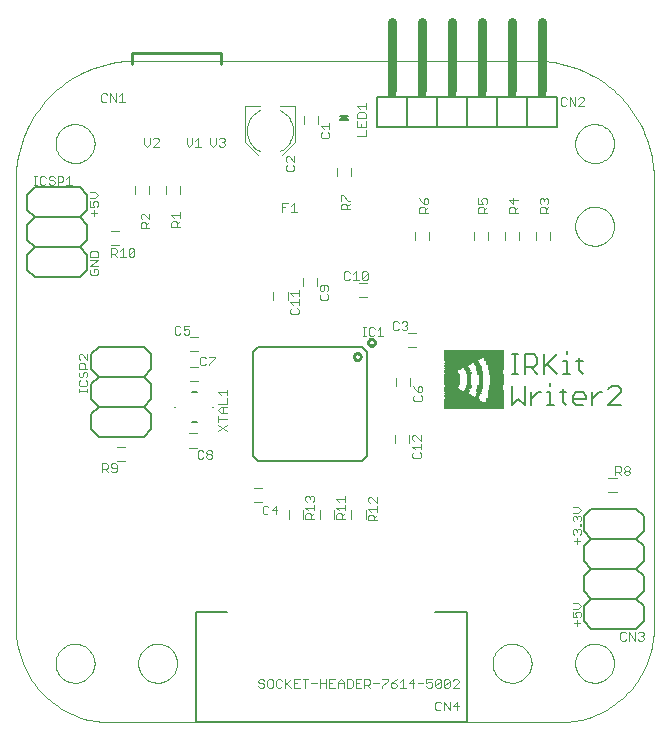
<source format=gto>
G75*
%MOIN*%
%OFA0B0*%
%FSLAX24Y24*%
%IPPOS*%
%LPD*%
%AMOC8*
5,1,8,0,0,1.08239X$1,22.5*
%
%ADD10C,0.0000*%
%ADD11C,0.0030*%
%ADD12C,0.0060*%
%ADD13C,0.0040*%
%ADD14C,0.0050*%
%ADD15C,0.0100*%
%ADD16C,0.0080*%
%ADD17R,0.1984X0.0028*%
%ADD18R,0.1323X0.0028*%
%ADD19R,0.0634X0.0028*%
%ADD20R,0.1268X0.0028*%
%ADD21R,0.0606X0.0028*%
%ADD22R,0.1213X0.0028*%
%ADD23R,0.1185X0.0028*%
%ADD24R,0.0579X0.0028*%
%ADD25R,0.1157X0.0028*%
%ADD26R,0.0551X0.0028*%
%ADD27R,0.0992X0.0028*%
%ADD28R,0.0165X0.0028*%
%ADD29R,0.0909X0.0028*%
%ADD30R,0.0138X0.0028*%
%ADD31R,0.0882X0.0028*%
%ADD32R,0.0524X0.0028*%
%ADD33R,0.0827X0.0028*%
%ADD34R,0.0799X0.0028*%
%ADD35R,0.0193X0.0028*%
%ADD36R,0.0854X0.0028*%
%ADD37R,0.0496X0.0028*%
%ADD38R,0.0220X0.0028*%
%ADD39R,0.0469X0.0028*%
%ADD40R,0.0937X0.0028*%
%ADD41R,0.1130X0.0028*%
%ADD42R,0.1240X0.0028*%
%ADD43R,0.0661X0.0028*%
%ADD44C,0.0300*%
%ADD45R,0.0300X0.0200*%
D10*
X007744Y006169D02*
X022705Y006169D01*
X023236Y008138D02*
X023238Y008188D01*
X023244Y008238D01*
X023254Y008288D01*
X023267Y008336D01*
X023284Y008384D01*
X023305Y008430D01*
X023329Y008474D01*
X023357Y008516D01*
X023388Y008556D01*
X023422Y008593D01*
X023459Y008628D01*
X023498Y008659D01*
X023539Y008688D01*
X023583Y008713D01*
X023629Y008735D01*
X023676Y008753D01*
X023724Y008767D01*
X023773Y008778D01*
X023823Y008785D01*
X023873Y008788D01*
X023924Y008787D01*
X023974Y008782D01*
X024024Y008773D01*
X024072Y008761D01*
X024120Y008744D01*
X024166Y008724D01*
X024211Y008701D01*
X024254Y008674D01*
X024294Y008644D01*
X024332Y008611D01*
X024367Y008575D01*
X024400Y008536D01*
X024429Y008495D01*
X024455Y008452D01*
X024478Y008407D01*
X024497Y008360D01*
X024512Y008312D01*
X024524Y008263D01*
X024532Y008213D01*
X024536Y008163D01*
X024536Y008113D01*
X024532Y008063D01*
X024524Y008013D01*
X024512Y007964D01*
X024497Y007916D01*
X024478Y007869D01*
X024455Y007824D01*
X024429Y007781D01*
X024400Y007740D01*
X024367Y007701D01*
X024332Y007665D01*
X024294Y007632D01*
X024254Y007602D01*
X024211Y007575D01*
X024166Y007552D01*
X024120Y007532D01*
X024072Y007515D01*
X024024Y007503D01*
X023974Y007494D01*
X023924Y007489D01*
X023873Y007488D01*
X023823Y007491D01*
X023773Y007498D01*
X023724Y007509D01*
X023676Y007523D01*
X023629Y007541D01*
X023583Y007563D01*
X023539Y007588D01*
X023498Y007617D01*
X023459Y007648D01*
X023422Y007683D01*
X023388Y007720D01*
X023357Y007760D01*
X023329Y007802D01*
X023305Y007846D01*
X023284Y007892D01*
X023267Y007940D01*
X023254Y007988D01*
X023244Y008038D01*
X023238Y008088D01*
X023236Y008138D01*
X022705Y006169D02*
X022815Y006171D01*
X022925Y006177D01*
X023034Y006186D01*
X023143Y006200D01*
X023252Y006217D01*
X023360Y006238D01*
X023467Y006263D01*
X023573Y006291D01*
X023678Y006323D01*
X023782Y006359D01*
X023885Y006398D01*
X023986Y006441D01*
X024086Y006488D01*
X024184Y006538D01*
X024280Y006591D01*
X024374Y006648D01*
X024466Y006708D01*
X024557Y006771D01*
X024644Y006837D01*
X024730Y006906D01*
X024813Y006978D01*
X024893Y007053D01*
X024971Y007131D01*
X025046Y007211D01*
X025118Y007294D01*
X025187Y007380D01*
X025253Y007467D01*
X025316Y007558D01*
X025376Y007650D01*
X025433Y007744D01*
X025486Y007840D01*
X025536Y007938D01*
X025583Y008038D01*
X025626Y008139D01*
X025665Y008242D01*
X025701Y008346D01*
X025733Y008451D01*
X025761Y008557D01*
X025786Y008664D01*
X025807Y008772D01*
X025824Y008881D01*
X025838Y008990D01*
X025847Y009099D01*
X025853Y009209D01*
X025855Y009319D01*
X025854Y009319D02*
X025854Y013059D01*
X025854Y019870D01*
X025854Y024280D01*
X023236Y025461D02*
X023238Y025511D01*
X023244Y025561D01*
X023254Y025611D01*
X023267Y025659D01*
X023284Y025707D01*
X023305Y025753D01*
X023329Y025797D01*
X023357Y025839D01*
X023388Y025879D01*
X023422Y025916D01*
X023459Y025951D01*
X023498Y025982D01*
X023539Y026011D01*
X023583Y026036D01*
X023629Y026058D01*
X023676Y026076D01*
X023724Y026090D01*
X023773Y026101D01*
X023823Y026108D01*
X023873Y026111D01*
X023924Y026110D01*
X023974Y026105D01*
X024024Y026096D01*
X024072Y026084D01*
X024120Y026067D01*
X024166Y026047D01*
X024211Y026024D01*
X024254Y025997D01*
X024294Y025967D01*
X024332Y025934D01*
X024367Y025898D01*
X024400Y025859D01*
X024429Y025818D01*
X024455Y025775D01*
X024478Y025730D01*
X024497Y025683D01*
X024512Y025635D01*
X024524Y025586D01*
X024532Y025536D01*
X024536Y025486D01*
X024536Y025436D01*
X024532Y025386D01*
X024524Y025336D01*
X024512Y025287D01*
X024497Y025239D01*
X024478Y025192D01*
X024455Y025147D01*
X024429Y025104D01*
X024400Y025063D01*
X024367Y025024D01*
X024332Y024988D01*
X024294Y024955D01*
X024254Y024925D01*
X024211Y024898D01*
X024166Y024875D01*
X024120Y024855D01*
X024072Y024838D01*
X024024Y024826D01*
X023974Y024817D01*
X023924Y024812D01*
X023873Y024811D01*
X023823Y024814D01*
X023773Y024821D01*
X023724Y024832D01*
X023676Y024846D01*
X023629Y024864D01*
X023583Y024886D01*
X023539Y024911D01*
X023498Y024940D01*
X023459Y024971D01*
X023422Y025006D01*
X023388Y025043D01*
X023357Y025083D01*
X023329Y025125D01*
X023305Y025169D01*
X023284Y025215D01*
X023267Y025263D01*
X023254Y025311D01*
X023244Y025361D01*
X023238Y025411D01*
X023236Y025461D01*
X025854Y024280D02*
X025852Y024404D01*
X025846Y024527D01*
X025837Y024651D01*
X025823Y024773D01*
X025806Y024896D01*
X025784Y025018D01*
X025759Y025139D01*
X025730Y025259D01*
X025698Y025378D01*
X025661Y025497D01*
X025621Y025614D01*
X025578Y025729D01*
X025530Y025844D01*
X025479Y025956D01*
X025425Y026067D01*
X025367Y026177D01*
X025306Y026284D01*
X025241Y026390D01*
X025173Y026493D01*
X025102Y026594D01*
X025028Y026693D01*
X024951Y026790D01*
X024870Y026884D01*
X024787Y026975D01*
X024701Y027064D01*
X024612Y027150D01*
X024521Y027233D01*
X024427Y027314D01*
X024330Y027391D01*
X024231Y027465D01*
X024130Y027536D01*
X024027Y027604D01*
X023921Y027669D01*
X023814Y027730D01*
X023704Y027788D01*
X023593Y027842D01*
X023481Y027893D01*
X023366Y027941D01*
X023251Y027984D01*
X023134Y028024D01*
X023015Y028061D01*
X022896Y028093D01*
X022776Y028122D01*
X022655Y028147D01*
X022533Y028169D01*
X022410Y028186D01*
X022288Y028200D01*
X022164Y028209D01*
X022041Y028215D01*
X021917Y028217D01*
X018020Y028217D01*
X017980Y028217D01*
X012469Y028217D01*
X008531Y028217D01*
X005913Y025461D02*
X005915Y025511D01*
X005921Y025561D01*
X005931Y025611D01*
X005944Y025659D01*
X005961Y025707D01*
X005982Y025753D01*
X006006Y025797D01*
X006034Y025839D01*
X006065Y025879D01*
X006099Y025916D01*
X006136Y025951D01*
X006175Y025982D01*
X006216Y026011D01*
X006260Y026036D01*
X006306Y026058D01*
X006353Y026076D01*
X006401Y026090D01*
X006450Y026101D01*
X006500Y026108D01*
X006550Y026111D01*
X006601Y026110D01*
X006651Y026105D01*
X006701Y026096D01*
X006749Y026084D01*
X006797Y026067D01*
X006843Y026047D01*
X006888Y026024D01*
X006931Y025997D01*
X006971Y025967D01*
X007009Y025934D01*
X007044Y025898D01*
X007077Y025859D01*
X007106Y025818D01*
X007132Y025775D01*
X007155Y025730D01*
X007174Y025683D01*
X007189Y025635D01*
X007201Y025586D01*
X007209Y025536D01*
X007213Y025486D01*
X007213Y025436D01*
X007209Y025386D01*
X007201Y025336D01*
X007189Y025287D01*
X007174Y025239D01*
X007155Y025192D01*
X007132Y025147D01*
X007106Y025104D01*
X007077Y025063D01*
X007044Y025024D01*
X007009Y024988D01*
X006971Y024955D01*
X006931Y024925D01*
X006888Y024898D01*
X006843Y024875D01*
X006797Y024855D01*
X006749Y024838D01*
X006701Y024826D01*
X006651Y024817D01*
X006601Y024812D01*
X006550Y024811D01*
X006500Y024814D01*
X006450Y024821D01*
X006401Y024832D01*
X006353Y024846D01*
X006306Y024864D01*
X006260Y024886D01*
X006216Y024911D01*
X006175Y024940D01*
X006136Y024971D01*
X006099Y025006D01*
X006065Y025043D01*
X006034Y025083D01*
X006006Y025125D01*
X005982Y025169D01*
X005961Y025215D01*
X005944Y025263D01*
X005931Y025311D01*
X005921Y025361D01*
X005915Y025411D01*
X005913Y025461D01*
X004594Y024280D02*
X004594Y009319D01*
X005913Y008138D02*
X005915Y008188D01*
X005921Y008238D01*
X005931Y008288D01*
X005944Y008336D01*
X005961Y008384D01*
X005982Y008430D01*
X006006Y008474D01*
X006034Y008516D01*
X006065Y008556D01*
X006099Y008593D01*
X006136Y008628D01*
X006175Y008659D01*
X006216Y008688D01*
X006260Y008713D01*
X006306Y008735D01*
X006353Y008753D01*
X006401Y008767D01*
X006450Y008778D01*
X006500Y008785D01*
X006550Y008788D01*
X006601Y008787D01*
X006651Y008782D01*
X006701Y008773D01*
X006749Y008761D01*
X006797Y008744D01*
X006843Y008724D01*
X006888Y008701D01*
X006931Y008674D01*
X006971Y008644D01*
X007009Y008611D01*
X007044Y008575D01*
X007077Y008536D01*
X007106Y008495D01*
X007132Y008452D01*
X007155Y008407D01*
X007174Y008360D01*
X007189Y008312D01*
X007201Y008263D01*
X007209Y008213D01*
X007213Y008163D01*
X007213Y008113D01*
X007209Y008063D01*
X007201Y008013D01*
X007189Y007964D01*
X007174Y007916D01*
X007155Y007869D01*
X007132Y007824D01*
X007106Y007781D01*
X007077Y007740D01*
X007044Y007701D01*
X007009Y007665D01*
X006971Y007632D01*
X006931Y007602D01*
X006888Y007575D01*
X006843Y007552D01*
X006797Y007532D01*
X006749Y007515D01*
X006701Y007503D01*
X006651Y007494D01*
X006601Y007489D01*
X006550Y007488D01*
X006500Y007491D01*
X006450Y007498D01*
X006401Y007509D01*
X006353Y007523D01*
X006306Y007541D01*
X006260Y007563D01*
X006216Y007588D01*
X006175Y007617D01*
X006136Y007648D01*
X006099Y007683D01*
X006065Y007720D01*
X006034Y007760D01*
X006006Y007802D01*
X005982Y007846D01*
X005961Y007892D01*
X005944Y007940D01*
X005931Y007988D01*
X005921Y008038D01*
X005915Y008088D01*
X005913Y008138D01*
X004594Y009319D02*
X004596Y009209D01*
X004602Y009099D01*
X004611Y008990D01*
X004625Y008881D01*
X004642Y008772D01*
X004663Y008664D01*
X004688Y008557D01*
X004716Y008451D01*
X004748Y008346D01*
X004784Y008242D01*
X004823Y008139D01*
X004866Y008038D01*
X004913Y007938D01*
X004963Y007840D01*
X005016Y007744D01*
X005073Y007650D01*
X005133Y007558D01*
X005196Y007467D01*
X005262Y007380D01*
X005331Y007294D01*
X005403Y007211D01*
X005478Y007131D01*
X005556Y007053D01*
X005636Y006978D01*
X005719Y006906D01*
X005805Y006837D01*
X005892Y006771D01*
X005983Y006708D01*
X006075Y006648D01*
X006169Y006591D01*
X006265Y006538D01*
X006363Y006488D01*
X006463Y006441D01*
X006564Y006398D01*
X006667Y006359D01*
X006771Y006323D01*
X006876Y006291D01*
X006982Y006263D01*
X007089Y006238D01*
X007197Y006217D01*
X007306Y006200D01*
X007415Y006186D01*
X007524Y006177D01*
X007634Y006171D01*
X007744Y006169D01*
X008669Y008138D02*
X008671Y008188D01*
X008677Y008238D01*
X008687Y008288D01*
X008700Y008336D01*
X008717Y008384D01*
X008738Y008430D01*
X008762Y008474D01*
X008790Y008516D01*
X008821Y008556D01*
X008855Y008593D01*
X008892Y008628D01*
X008931Y008659D01*
X008972Y008688D01*
X009016Y008713D01*
X009062Y008735D01*
X009109Y008753D01*
X009157Y008767D01*
X009206Y008778D01*
X009256Y008785D01*
X009306Y008788D01*
X009357Y008787D01*
X009407Y008782D01*
X009457Y008773D01*
X009505Y008761D01*
X009553Y008744D01*
X009599Y008724D01*
X009644Y008701D01*
X009687Y008674D01*
X009727Y008644D01*
X009765Y008611D01*
X009800Y008575D01*
X009833Y008536D01*
X009862Y008495D01*
X009888Y008452D01*
X009911Y008407D01*
X009930Y008360D01*
X009945Y008312D01*
X009957Y008263D01*
X009965Y008213D01*
X009969Y008163D01*
X009969Y008113D01*
X009965Y008063D01*
X009957Y008013D01*
X009945Y007964D01*
X009930Y007916D01*
X009911Y007869D01*
X009888Y007824D01*
X009862Y007781D01*
X009833Y007740D01*
X009800Y007701D01*
X009765Y007665D01*
X009727Y007632D01*
X009687Y007602D01*
X009644Y007575D01*
X009599Y007552D01*
X009553Y007532D01*
X009505Y007515D01*
X009457Y007503D01*
X009407Y007494D01*
X009357Y007489D01*
X009306Y007488D01*
X009256Y007491D01*
X009206Y007498D01*
X009157Y007509D01*
X009109Y007523D01*
X009062Y007541D01*
X009016Y007563D01*
X008972Y007588D01*
X008931Y007617D01*
X008892Y007648D01*
X008855Y007683D01*
X008821Y007720D01*
X008790Y007760D01*
X008762Y007802D01*
X008738Y007846D01*
X008717Y007892D01*
X008700Y007940D01*
X008687Y007988D01*
X008677Y008038D01*
X008671Y008088D01*
X008669Y008138D01*
X020480Y008138D02*
X020482Y008188D01*
X020488Y008238D01*
X020498Y008288D01*
X020511Y008336D01*
X020528Y008384D01*
X020549Y008430D01*
X020573Y008474D01*
X020601Y008516D01*
X020632Y008556D01*
X020666Y008593D01*
X020703Y008628D01*
X020742Y008659D01*
X020783Y008688D01*
X020827Y008713D01*
X020873Y008735D01*
X020920Y008753D01*
X020968Y008767D01*
X021017Y008778D01*
X021067Y008785D01*
X021117Y008788D01*
X021168Y008787D01*
X021218Y008782D01*
X021268Y008773D01*
X021316Y008761D01*
X021364Y008744D01*
X021410Y008724D01*
X021455Y008701D01*
X021498Y008674D01*
X021538Y008644D01*
X021576Y008611D01*
X021611Y008575D01*
X021644Y008536D01*
X021673Y008495D01*
X021699Y008452D01*
X021722Y008407D01*
X021741Y008360D01*
X021756Y008312D01*
X021768Y008263D01*
X021776Y008213D01*
X021780Y008163D01*
X021780Y008113D01*
X021776Y008063D01*
X021768Y008013D01*
X021756Y007964D01*
X021741Y007916D01*
X021722Y007869D01*
X021699Y007824D01*
X021673Y007781D01*
X021644Y007740D01*
X021611Y007701D01*
X021576Y007665D01*
X021538Y007632D01*
X021498Y007602D01*
X021455Y007575D01*
X021410Y007552D01*
X021364Y007532D01*
X021316Y007515D01*
X021268Y007503D01*
X021218Y007494D01*
X021168Y007489D01*
X021117Y007488D01*
X021067Y007491D01*
X021017Y007498D01*
X020968Y007509D01*
X020920Y007523D01*
X020873Y007541D01*
X020827Y007563D01*
X020783Y007588D01*
X020742Y007617D01*
X020703Y007648D01*
X020666Y007683D01*
X020632Y007720D01*
X020601Y007760D01*
X020573Y007802D01*
X020549Y007846D01*
X020528Y007892D01*
X020511Y007940D01*
X020498Y007988D01*
X020488Y008038D01*
X020482Y008088D01*
X020480Y008138D01*
X023236Y022705D02*
X023238Y022755D01*
X023244Y022805D01*
X023254Y022855D01*
X023267Y022903D01*
X023284Y022951D01*
X023305Y022997D01*
X023329Y023041D01*
X023357Y023083D01*
X023388Y023123D01*
X023422Y023160D01*
X023459Y023195D01*
X023498Y023226D01*
X023539Y023255D01*
X023583Y023280D01*
X023629Y023302D01*
X023676Y023320D01*
X023724Y023334D01*
X023773Y023345D01*
X023823Y023352D01*
X023873Y023355D01*
X023924Y023354D01*
X023974Y023349D01*
X024024Y023340D01*
X024072Y023328D01*
X024120Y023311D01*
X024166Y023291D01*
X024211Y023268D01*
X024254Y023241D01*
X024294Y023211D01*
X024332Y023178D01*
X024367Y023142D01*
X024400Y023103D01*
X024429Y023062D01*
X024455Y023019D01*
X024478Y022974D01*
X024497Y022927D01*
X024512Y022879D01*
X024524Y022830D01*
X024532Y022780D01*
X024536Y022730D01*
X024536Y022680D01*
X024532Y022630D01*
X024524Y022580D01*
X024512Y022531D01*
X024497Y022483D01*
X024478Y022436D01*
X024455Y022391D01*
X024429Y022348D01*
X024400Y022307D01*
X024367Y022268D01*
X024332Y022232D01*
X024294Y022199D01*
X024254Y022169D01*
X024211Y022142D01*
X024166Y022119D01*
X024120Y022099D01*
X024072Y022082D01*
X024024Y022070D01*
X023974Y022061D01*
X023924Y022056D01*
X023873Y022055D01*
X023823Y022058D01*
X023773Y022065D01*
X023724Y022076D01*
X023676Y022090D01*
X023629Y022108D01*
X023583Y022130D01*
X023539Y022155D01*
X023498Y022184D01*
X023459Y022215D01*
X023422Y022250D01*
X023388Y022287D01*
X023357Y022327D01*
X023329Y022369D01*
X023305Y022413D01*
X023284Y022459D01*
X023267Y022507D01*
X023254Y022555D01*
X023244Y022605D01*
X023238Y022655D01*
X023236Y022705D01*
X008531Y028217D02*
X008407Y028215D01*
X008284Y028209D01*
X008160Y028200D01*
X008038Y028186D01*
X007915Y028169D01*
X007793Y028147D01*
X007672Y028122D01*
X007552Y028093D01*
X007433Y028061D01*
X007314Y028024D01*
X007197Y027984D01*
X007082Y027941D01*
X006967Y027893D01*
X006855Y027842D01*
X006744Y027788D01*
X006634Y027730D01*
X006527Y027669D01*
X006421Y027604D01*
X006318Y027536D01*
X006217Y027465D01*
X006118Y027391D01*
X006021Y027314D01*
X005927Y027233D01*
X005836Y027150D01*
X005747Y027064D01*
X005661Y026975D01*
X005578Y026884D01*
X005497Y026790D01*
X005420Y026693D01*
X005346Y026594D01*
X005275Y026493D01*
X005207Y026390D01*
X005142Y026284D01*
X005081Y026177D01*
X005023Y026067D01*
X004969Y025956D01*
X004918Y025844D01*
X004870Y025729D01*
X004827Y025614D01*
X004787Y025497D01*
X004750Y025378D01*
X004718Y025259D01*
X004689Y025139D01*
X004664Y025018D01*
X004642Y024896D01*
X004625Y024773D01*
X004611Y024651D01*
X004602Y024527D01*
X004596Y024404D01*
X004594Y024280D01*
D11*
X005196Y024378D02*
X005293Y024378D01*
X005244Y024378D02*
X005244Y024088D01*
X005196Y024088D02*
X005293Y024088D01*
X005393Y024136D02*
X005441Y024088D01*
X005538Y024088D01*
X005586Y024136D01*
X005687Y024136D02*
X005736Y024088D01*
X005832Y024088D01*
X005881Y024136D01*
X005881Y024185D01*
X005832Y024233D01*
X005736Y024233D01*
X005687Y024281D01*
X005687Y024330D01*
X005736Y024378D01*
X005832Y024378D01*
X005881Y024330D01*
X005982Y024378D02*
X005982Y024088D01*
X005982Y024185D02*
X006127Y024185D01*
X006175Y024233D01*
X006175Y024330D01*
X006127Y024378D01*
X005982Y024378D01*
X006276Y024281D02*
X006373Y024378D01*
X006373Y024088D01*
X006276Y024088D02*
X006470Y024088D01*
X007050Y023839D02*
X007244Y023839D01*
X007340Y023742D01*
X007244Y023646D01*
X007050Y023646D01*
X007050Y023544D02*
X007050Y023351D01*
X007195Y023351D01*
X007147Y023448D01*
X007147Y023496D01*
X007195Y023544D01*
X007292Y023544D01*
X007340Y023496D01*
X007340Y023399D01*
X007292Y023351D01*
X007195Y023250D02*
X007195Y023056D01*
X007099Y023153D02*
X007292Y023153D01*
X007759Y021977D02*
X007904Y021977D01*
X007953Y021928D01*
X007953Y021831D01*
X007904Y021783D01*
X007759Y021783D01*
X007759Y021686D02*
X007759Y021977D01*
X007856Y021783D02*
X007953Y021686D01*
X008054Y021686D02*
X008247Y021686D01*
X008150Y021686D02*
X008150Y021977D01*
X008054Y021880D01*
X008348Y021928D02*
X008348Y021735D01*
X008542Y021928D01*
X008542Y021735D01*
X008494Y021686D01*
X008397Y021686D01*
X008348Y021735D01*
X008348Y021928D02*
X008397Y021977D01*
X008494Y021977D01*
X008542Y021928D01*
X008749Y022642D02*
X008749Y022787D01*
X008798Y022836D01*
X008895Y022836D01*
X008943Y022787D01*
X008943Y022642D01*
X009040Y022642D02*
X008749Y022642D01*
X008943Y022739D02*
X009040Y022836D01*
X009040Y022937D02*
X008846Y023130D01*
X008798Y023130D01*
X008749Y023082D01*
X008749Y022985D01*
X008798Y022937D01*
X009040Y022937D02*
X009040Y023130D01*
X009773Y023073D02*
X010063Y023073D01*
X010063Y022976D02*
X010063Y023170D01*
X009870Y022976D02*
X009773Y023073D01*
X009821Y022875D02*
X009918Y022875D01*
X009967Y022827D01*
X009967Y022681D01*
X010063Y022681D02*
X009773Y022681D01*
X009773Y022827D01*
X009821Y022875D01*
X009967Y022778D02*
X010063Y022875D01*
X010377Y025352D02*
X010474Y025449D01*
X010474Y025643D01*
X010575Y025546D02*
X010671Y025643D01*
X010671Y025352D01*
X010575Y025352D02*
X010768Y025352D01*
X010377Y025352D02*
X010280Y025449D01*
X010280Y025643D01*
X011066Y025648D02*
X011066Y025454D01*
X011163Y025358D01*
X011260Y025454D01*
X011260Y025648D01*
X011361Y025599D02*
X011409Y025648D01*
X011506Y025648D01*
X011554Y025599D01*
X011554Y025551D01*
X011506Y025503D01*
X011554Y025454D01*
X011554Y025406D01*
X011506Y025358D01*
X011409Y025358D01*
X011361Y025406D01*
X011458Y025503D02*
X011506Y025503D01*
X013586Y024991D02*
X013586Y024895D01*
X013634Y024846D01*
X013634Y024745D02*
X013586Y024697D01*
X013586Y024600D01*
X013634Y024552D01*
X013827Y024552D01*
X013876Y024600D01*
X013876Y024697D01*
X013827Y024745D01*
X013876Y024846D02*
X013682Y025040D01*
X013634Y025040D01*
X013586Y024991D01*
X013876Y025040D02*
X013876Y024846D01*
X014749Y025691D02*
X014797Y025643D01*
X014991Y025643D01*
X015039Y025691D01*
X015039Y025788D01*
X014991Y025836D01*
X015039Y025937D02*
X015039Y026131D01*
X015039Y026034D02*
X014749Y026034D01*
X014846Y025937D01*
X014797Y025836D02*
X014749Y025788D01*
X014749Y025691D01*
X015966Y025728D02*
X016256Y025728D01*
X016256Y025921D01*
X016256Y026022D02*
X016256Y026216D01*
X016256Y026317D02*
X016256Y026462D01*
X016208Y026511D01*
X016014Y026511D01*
X015966Y026462D01*
X015966Y026317D01*
X016256Y026317D01*
X016111Y026119D02*
X016111Y026022D01*
X015966Y026022D02*
X016256Y026022D01*
X015966Y026022D02*
X015966Y026216D01*
X016063Y026612D02*
X015966Y026708D01*
X016256Y026708D01*
X016256Y026612D02*
X016256Y026805D01*
X015479Y023756D02*
X015672Y023563D01*
X015721Y023563D01*
X015721Y023462D02*
X015624Y023365D01*
X015624Y023413D02*
X015624Y023268D01*
X015721Y023268D02*
X015431Y023268D01*
X015431Y023413D01*
X015479Y023462D01*
X015576Y023462D01*
X015624Y023413D01*
X015431Y023563D02*
X015431Y023756D01*
X015479Y023756D01*
X013954Y023194D02*
X013760Y023194D01*
X013857Y023194D02*
X013857Y023484D01*
X013760Y023388D01*
X013659Y023484D02*
X013466Y023484D01*
X013466Y023194D01*
X013466Y023339D02*
X013563Y023339D01*
X015578Y021205D02*
X015530Y021157D01*
X015530Y020963D01*
X015578Y020915D01*
X015675Y020915D01*
X015723Y020963D01*
X015825Y020915D02*
X016018Y020915D01*
X015921Y020915D02*
X015921Y021205D01*
X015825Y021108D01*
X015723Y021157D02*
X015675Y021205D01*
X015578Y021205D01*
X016119Y021157D02*
X016168Y021205D01*
X016264Y021205D01*
X016313Y021157D01*
X016119Y020963D01*
X016168Y020915D01*
X016264Y020915D01*
X016313Y020963D01*
X016313Y021157D01*
X016119Y021157D02*
X016119Y020963D01*
X015006Y020694D02*
X015006Y020597D01*
X014958Y020549D01*
X014958Y020448D02*
X015006Y020399D01*
X015006Y020303D01*
X014958Y020254D01*
X014764Y020254D01*
X014716Y020303D01*
X014716Y020399D01*
X014764Y020448D01*
X014764Y020549D02*
X014813Y020549D01*
X014861Y020597D01*
X014861Y020743D01*
X014958Y020743D02*
X014764Y020743D01*
X014716Y020694D01*
X014716Y020597D01*
X014764Y020549D01*
X014958Y020743D02*
X015006Y020694D01*
X014022Y020565D02*
X014022Y020371D01*
X014022Y020468D02*
X013732Y020468D01*
X013829Y020371D01*
X014022Y020270D02*
X014022Y020077D01*
X014022Y020173D02*
X013732Y020173D01*
X013829Y020077D01*
X013780Y019975D02*
X013732Y019927D01*
X013732Y019830D01*
X013780Y019782D01*
X013974Y019782D01*
X014022Y019830D01*
X014022Y019927D01*
X013974Y019975D01*
X016156Y019343D02*
X016252Y019343D01*
X016204Y019343D02*
X016204Y019052D01*
X016156Y019052D02*
X016252Y019052D01*
X016352Y019101D02*
X016401Y019052D01*
X016497Y019052D01*
X016546Y019101D01*
X016647Y019052D02*
X016840Y019052D01*
X016744Y019052D02*
X016744Y019343D01*
X016647Y019246D01*
X016546Y019294D02*
X016497Y019343D01*
X016401Y019343D01*
X016352Y019294D01*
X016352Y019101D01*
X017155Y019292D02*
X017203Y019244D01*
X017300Y019244D01*
X017348Y019292D01*
X017449Y019292D02*
X017498Y019244D01*
X017595Y019244D01*
X017643Y019292D01*
X017643Y019341D01*
X017595Y019389D01*
X017546Y019389D01*
X017595Y019389D02*
X017643Y019437D01*
X017643Y019486D01*
X017595Y019534D01*
X017498Y019534D01*
X017449Y019486D01*
X017348Y019486D02*
X017300Y019534D01*
X017203Y019534D01*
X017155Y019486D01*
X017155Y019292D01*
X017844Y017367D02*
X017892Y017271D01*
X017989Y017174D01*
X017989Y017319D01*
X018037Y017367D01*
X018086Y017367D01*
X018134Y017319D01*
X018134Y017222D01*
X018086Y017174D01*
X017989Y017174D01*
X017892Y017073D02*
X017844Y017024D01*
X017844Y016928D01*
X017892Y016879D01*
X018086Y016879D01*
X018134Y016928D01*
X018134Y017024D01*
X018086Y017073D01*
X018095Y015753D02*
X018095Y015560D01*
X017901Y015753D01*
X017853Y015753D01*
X017805Y015705D01*
X017805Y015608D01*
X017853Y015560D01*
X017805Y015362D02*
X018095Y015362D01*
X018095Y015265D02*
X018095Y015459D01*
X017901Y015265D02*
X017805Y015362D01*
X017853Y015164D02*
X017805Y015116D01*
X017805Y015019D01*
X017853Y014970D01*
X018046Y014970D01*
X018095Y015019D01*
X018095Y015116D01*
X018046Y015164D01*
X016622Y013682D02*
X016622Y013488D01*
X016428Y013682D01*
X016380Y013682D01*
X016332Y013633D01*
X016332Y013536D01*
X016380Y013488D01*
X016332Y013290D02*
X016622Y013290D01*
X016622Y013193D02*
X016622Y013387D01*
X016428Y013193D02*
X016332Y013290D01*
X016380Y013092D02*
X016477Y013092D01*
X016525Y013044D01*
X016525Y012899D01*
X016525Y012996D02*
X016622Y013092D01*
X016622Y012899D02*
X016332Y012899D01*
X016332Y013044D01*
X016380Y013092D01*
X015559Y013132D02*
X015462Y013035D01*
X015462Y013083D02*
X015462Y012938D01*
X015559Y012938D02*
X015269Y012938D01*
X015269Y013083D01*
X015317Y013132D01*
X015414Y013132D01*
X015462Y013083D01*
X015365Y013233D02*
X015269Y013330D01*
X015559Y013330D01*
X015559Y013426D02*
X015559Y013233D01*
X015559Y013527D02*
X015559Y013721D01*
X015559Y013624D02*
X015269Y013624D01*
X015365Y013527D01*
X014535Y013576D02*
X014487Y013527D01*
X014535Y013576D02*
X014535Y013673D01*
X014487Y013721D01*
X014439Y013721D01*
X014390Y013673D01*
X014390Y013624D01*
X014390Y013673D02*
X014342Y013721D01*
X014293Y013721D01*
X014245Y013673D01*
X014245Y013576D01*
X014293Y013527D01*
X014245Y013330D02*
X014535Y013330D01*
X014535Y013426D02*
X014535Y013233D01*
X014535Y013132D02*
X014439Y013035D01*
X014439Y013083D02*
X014439Y012938D01*
X014535Y012938D02*
X014245Y012938D01*
X014245Y013083D01*
X014293Y013132D01*
X014390Y013132D01*
X014439Y013083D01*
X014342Y013233D02*
X014245Y013330D01*
X013306Y013245D02*
X013113Y013245D01*
X013258Y013390D01*
X013258Y013100D01*
X013012Y013148D02*
X012963Y013100D01*
X012867Y013100D01*
X012818Y013148D01*
X012818Y013342D01*
X012867Y013390D01*
X012963Y013390D01*
X013012Y013342D01*
X011136Y015004D02*
X011088Y014955D01*
X010991Y014955D01*
X010943Y015004D01*
X010943Y015052D01*
X010991Y015100D01*
X011088Y015100D01*
X011136Y015052D01*
X011136Y015004D01*
X011088Y015100D02*
X011136Y015149D01*
X011136Y015197D01*
X011088Y015246D01*
X010991Y015246D01*
X010943Y015197D01*
X010943Y015149D01*
X010991Y015100D01*
X010842Y015004D02*
X010793Y014955D01*
X010696Y014955D01*
X010648Y015004D01*
X010648Y015197D01*
X010696Y015246D01*
X010793Y015246D01*
X010842Y015197D01*
X011336Y015889D02*
X011627Y016083D01*
X011627Y015889D02*
X011336Y016083D01*
X011336Y016184D02*
X011336Y016377D01*
X011336Y016280D02*
X011627Y016280D01*
X011627Y016478D02*
X011433Y016478D01*
X011336Y016575D01*
X011433Y016672D01*
X011627Y016672D01*
X011627Y016773D02*
X011627Y016966D01*
X011627Y017068D02*
X011627Y017261D01*
X011627Y017164D02*
X011336Y017164D01*
X011433Y017068D01*
X011336Y016773D02*
X011627Y016773D01*
X011482Y016672D02*
X011482Y016478D01*
X011021Y018066D02*
X011021Y018114D01*
X011215Y018307D01*
X011215Y018356D01*
X011021Y018356D01*
X010920Y018307D02*
X010872Y018356D01*
X010775Y018356D01*
X010727Y018307D01*
X010727Y018114D01*
X010775Y018066D01*
X010872Y018066D01*
X010920Y018114D01*
X010324Y019096D02*
X010227Y019096D01*
X010179Y019144D01*
X010179Y019241D02*
X010276Y019290D01*
X010324Y019290D01*
X010372Y019241D01*
X010372Y019144D01*
X010324Y019096D01*
X010179Y019241D02*
X010179Y019386D01*
X010372Y019386D01*
X010078Y019338D02*
X010029Y019386D01*
X009933Y019386D01*
X009884Y019338D01*
X009884Y019144D01*
X009933Y019096D01*
X010029Y019096D01*
X010078Y019144D01*
X007340Y021136D02*
X007340Y021233D01*
X007292Y021281D01*
X007195Y021281D01*
X007195Y021184D01*
X007099Y021088D02*
X007292Y021088D01*
X007340Y021136D01*
X007099Y021088D02*
X007050Y021136D01*
X007050Y021233D01*
X007099Y021281D01*
X007050Y021382D02*
X007340Y021576D01*
X007050Y021576D01*
X007050Y021677D02*
X007050Y021822D01*
X007099Y021871D01*
X007292Y021871D01*
X007340Y021822D01*
X007340Y021677D01*
X007050Y021677D01*
X007050Y021382D02*
X007340Y021382D01*
X006976Y018449D02*
X006976Y018256D01*
X006783Y018449D01*
X006734Y018449D01*
X006686Y018401D01*
X006686Y018304D01*
X006734Y018256D01*
X006734Y018155D02*
X006831Y018155D01*
X006880Y018106D01*
X006880Y017961D01*
X006976Y017961D02*
X006686Y017961D01*
X006686Y018106D01*
X006734Y018155D01*
X006734Y017860D02*
X006686Y017812D01*
X006686Y017715D01*
X006734Y017666D01*
X006783Y017666D01*
X006831Y017715D01*
X006831Y017812D01*
X006880Y017860D01*
X006928Y017860D01*
X006976Y017812D01*
X006976Y017715D01*
X006928Y017666D01*
X006928Y017565D02*
X006976Y017517D01*
X006976Y017420D01*
X006928Y017372D01*
X006734Y017372D01*
X006686Y017420D01*
X006686Y017517D01*
X006734Y017565D01*
X006686Y017272D02*
X006686Y017175D01*
X006686Y017224D02*
X006976Y017224D01*
X006976Y017272D02*
X006976Y017175D01*
X007459Y014798D02*
X007604Y014798D01*
X007653Y014749D01*
X007653Y014653D01*
X007604Y014604D01*
X007459Y014604D01*
X007459Y014508D02*
X007459Y014798D01*
X007556Y014604D02*
X007653Y014508D01*
X007754Y014556D02*
X007802Y014508D01*
X007899Y014508D01*
X007947Y014556D01*
X007947Y014749D01*
X007899Y014798D01*
X007802Y014798D01*
X007754Y014749D01*
X007754Y014701D01*
X007802Y014653D01*
X007947Y014653D01*
X012723Y007611D02*
X012675Y007563D01*
X012675Y007514D01*
X012723Y007466D01*
X012820Y007466D01*
X012869Y007418D01*
X012869Y007369D01*
X012820Y007321D01*
X012723Y007321D01*
X012675Y007369D01*
X012723Y007611D02*
X012820Y007611D01*
X012869Y007563D01*
X012970Y007563D02*
X012970Y007369D01*
X013018Y007321D01*
X013115Y007321D01*
X013163Y007369D01*
X013163Y007563D01*
X013115Y007611D01*
X013018Y007611D01*
X012970Y007563D01*
X013264Y007563D02*
X013264Y007369D01*
X013313Y007321D01*
X013409Y007321D01*
X013458Y007369D01*
X013559Y007321D02*
X013559Y007611D01*
X013458Y007563D02*
X013409Y007611D01*
X013313Y007611D01*
X013264Y007563D01*
X013559Y007418D02*
X013752Y007611D01*
X013854Y007611D02*
X013854Y007321D01*
X014047Y007321D01*
X013950Y007466D02*
X013854Y007466D01*
X013854Y007611D02*
X014047Y007611D01*
X014148Y007611D02*
X014342Y007611D01*
X014245Y007611D02*
X014245Y007321D01*
X014443Y007466D02*
X014636Y007466D01*
X014738Y007466D02*
X014931Y007466D01*
X015032Y007466D02*
X015129Y007466D01*
X015032Y007321D02*
X015226Y007321D01*
X015327Y007321D02*
X015327Y007514D01*
X015424Y007611D01*
X015520Y007514D01*
X015520Y007321D01*
X015622Y007321D02*
X015767Y007321D01*
X015815Y007369D01*
X015815Y007563D01*
X015767Y007611D01*
X015622Y007611D01*
X015622Y007321D01*
X015520Y007466D02*
X015327Y007466D01*
X015226Y007611D02*
X015032Y007611D01*
X015032Y007321D01*
X014931Y007321D02*
X014931Y007611D01*
X014738Y007611D02*
X014738Y007321D01*
X013752Y007321D02*
X013607Y007466D01*
X015916Y007466D02*
X016013Y007466D01*
X015916Y007321D02*
X016110Y007321D01*
X016211Y007321D02*
X016211Y007611D01*
X016356Y007611D01*
X016404Y007563D01*
X016404Y007466D01*
X016356Y007418D01*
X016211Y007418D01*
X016308Y007418D02*
X016404Y007321D01*
X016505Y007466D02*
X016699Y007466D01*
X016800Y007369D02*
X016800Y007321D01*
X016800Y007369D02*
X016994Y007563D01*
X016994Y007611D01*
X016800Y007611D01*
X017095Y007466D02*
X017240Y007466D01*
X017288Y007418D01*
X017288Y007369D01*
X017240Y007321D01*
X017143Y007321D01*
X017095Y007369D01*
X017095Y007466D01*
X017192Y007563D01*
X017288Y007611D01*
X017389Y007514D02*
X017486Y007611D01*
X017486Y007321D01*
X017389Y007321D02*
X017583Y007321D01*
X017684Y007466D02*
X017878Y007466D01*
X017979Y007466D02*
X018172Y007466D01*
X018273Y007466D02*
X018370Y007514D01*
X018419Y007514D01*
X018467Y007466D01*
X018467Y007369D01*
X018419Y007321D01*
X018322Y007321D01*
X018273Y007369D01*
X018273Y007466D02*
X018273Y007611D01*
X018467Y007611D01*
X018568Y007563D02*
X018616Y007611D01*
X018713Y007611D01*
X018762Y007563D01*
X018568Y007369D01*
X018616Y007321D01*
X018713Y007321D01*
X018762Y007369D01*
X018762Y007563D01*
X018863Y007563D02*
X018911Y007611D01*
X019008Y007611D01*
X019056Y007563D01*
X018863Y007369D01*
X018911Y007321D01*
X019008Y007321D01*
X019056Y007369D01*
X019056Y007563D01*
X019157Y007563D02*
X019206Y007611D01*
X019302Y007611D01*
X019351Y007563D01*
X019351Y007514D01*
X019157Y007321D01*
X019351Y007321D01*
X019302Y006863D02*
X019157Y006718D01*
X019351Y006718D01*
X019302Y006573D02*
X019302Y006863D01*
X019056Y006863D02*
X019056Y006573D01*
X018863Y006863D01*
X018863Y006573D01*
X018762Y006621D02*
X018713Y006573D01*
X018616Y006573D01*
X018568Y006621D01*
X018568Y006815D01*
X018616Y006863D01*
X018713Y006863D01*
X018762Y006815D01*
X018863Y007369D02*
X018863Y007563D01*
X018568Y007563D02*
X018568Y007369D01*
X017829Y007321D02*
X017829Y007611D01*
X017684Y007466D01*
X016110Y007611D02*
X015916Y007611D01*
X015916Y007321D01*
X023196Y009470D02*
X023389Y009470D01*
X023293Y009373D02*
X023293Y009567D01*
X023293Y009668D02*
X023244Y009765D01*
X023244Y009813D01*
X023293Y009861D01*
X023389Y009861D01*
X023438Y009813D01*
X023438Y009716D01*
X023389Y009668D01*
X023293Y009668D02*
X023148Y009668D01*
X023148Y009861D01*
X023148Y009963D02*
X023341Y009963D01*
X023438Y010059D01*
X023341Y010156D01*
X023148Y010156D01*
X024735Y009133D02*
X024735Y008939D01*
X024784Y008891D01*
X024881Y008891D01*
X024929Y008939D01*
X025030Y008891D02*
X025030Y009181D01*
X025224Y008891D01*
X025224Y009181D01*
X025325Y009133D02*
X025373Y009181D01*
X025470Y009181D01*
X025518Y009133D01*
X025518Y009084D01*
X025470Y009036D01*
X025518Y008988D01*
X025518Y008939D01*
X025470Y008891D01*
X025373Y008891D01*
X025325Y008939D01*
X025422Y009036D02*
X025470Y009036D01*
X024929Y009133D02*
X024881Y009181D01*
X024784Y009181D01*
X024735Y009133D01*
X023293Y012129D02*
X023293Y012323D01*
X023389Y012226D02*
X023196Y012226D01*
X023196Y012424D02*
X023148Y012472D01*
X023148Y012569D01*
X023196Y012617D01*
X023244Y012617D01*
X023293Y012569D01*
X023341Y012617D01*
X023389Y012617D01*
X023438Y012569D01*
X023438Y012472D01*
X023389Y012424D01*
X023293Y012521D02*
X023293Y012569D01*
X023389Y012718D02*
X023389Y012767D01*
X023438Y012767D01*
X023438Y012718D01*
X023389Y012718D01*
X023389Y012866D02*
X023438Y012914D01*
X023438Y013011D01*
X023389Y013059D01*
X023341Y013059D01*
X023293Y013011D01*
X023293Y012963D01*
X023293Y013011D02*
X023244Y013059D01*
X023196Y013059D01*
X023148Y013011D01*
X023148Y012914D01*
X023196Y012866D01*
X023148Y013160D02*
X023341Y013160D01*
X023438Y013257D01*
X023341Y013354D01*
X023148Y013354D01*
X024571Y014417D02*
X024571Y014708D01*
X024716Y014708D01*
X024765Y014659D01*
X024765Y014563D01*
X024716Y014514D01*
X024571Y014514D01*
X024668Y014514D02*
X024765Y014417D01*
X024866Y014466D02*
X024866Y014514D01*
X024914Y014563D01*
X025011Y014563D01*
X025060Y014514D01*
X025060Y014466D01*
X025011Y014417D01*
X024914Y014417D01*
X024866Y014466D01*
X024914Y014563D02*
X024866Y014611D01*
X024866Y014659D01*
X024914Y014708D01*
X025011Y014708D01*
X025060Y014659D01*
X025060Y014611D01*
X025011Y014563D01*
X022345Y023153D02*
X022055Y023153D01*
X022055Y023298D01*
X022103Y023346D01*
X022200Y023346D01*
X022248Y023298D01*
X022248Y023153D01*
X022248Y023250D02*
X022345Y023346D01*
X022297Y023447D02*
X022345Y023496D01*
X022345Y023593D01*
X022297Y023641D01*
X022248Y023641D01*
X022200Y023593D01*
X022200Y023544D01*
X022200Y023593D02*
X022152Y023641D01*
X022103Y023641D01*
X022055Y023593D01*
X022055Y023496D01*
X022103Y023447D01*
X021322Y023346D02*
X021225Y023250D01*
X021225Y023298D02*
X021225Y023153D01*
X021322Y023153D02*
X021031Y023153D01*
X021031Y023298D01*
X021080Y023346D01*
X021176Y023346D01*
X021225Y023298D01*
X021176Y023447D02*
X021176Y023641D01*
X021031Y023593D02*
X021176Y023447D01*
X021031Y023593D02*
X021322Y023593D01*
X020298Y023593D02*
X020298Y023496D01*
X020250Y023447D01*
X020153Y023447D02*
X020104Y023544D01*
X020104Y023593D01*
X020153Y023641D01*
X020250Y023641D01*
X020298Y023593D01*
X020153Y023447D02*
X020008Y023447D01*
X020008Y023641D01*
X020056Y023346D02*
X020153Y023346D01*
X020201Y023298D01*
X020201Y023153D01*
X020201Y023250D02*
X020298Y023346D01*
X020298Y023153D02*
X020008Y023153D01*
X020008Y023298D01*
X020056Y023346D01*
X018329Y023346D02*
X018233Y023250D01*
X018233Y023298D02*
X018233Y023153D01*
X018329Y023153D02*
X018039Y023153D01*
X018039Y023298D01*
X018088Y023346D01*
X018184Y023346D01*
X018233Y023298D01*
X018281Y023447D02*
X018329Y023496D01*
X018329Y023593D01*
X018281Y023641D01*
X018233Y023641D01*
X018184Y023593D01*
X018184Y023447D01*
X018281Y023447D01*
X018184Y023447D02*
X018088Y023544D01*
X018039Y023641D01*
X022755Y026766D02*
X022804Y026718D01*
X022900Y026718D01*
X022949Y026766D01*
X023050Y026718D02*
X023050Y027008D01*
X023243Y026718D01*
X023243Y027008D01*
X023344Y026960D02*
X023393Y027008D01*
X023490Y027008D01*
X023538Y026960D01*
X023538Y026911D01*
X023344Y026718D01*
X023538Y026718D01*
X022949Y026960D02*
X022900Y027008D01*
X022804Y027008D01*
X022755Y026960D01*
X022755Y026766D01*
X009350Y025599D02*
X009350Y025551D01*
X009156Y025358D01*
X009350Y025358D01*
X009350Y025599D02*
X009301Y025648D01*
X009204Y025648D01*
X009156Y025599D01*
X009055Y025648D02*
X009055Y025454D01*
X008958Y025358D01*
X008861Y025454D01*
X008861Y025648D01*
X008223Y026848D02*
X008030Y026848D01*
X008126Y026848D02*
X008126Y027138D01*
X008030Y027041D01*
X007928Y027138D02*
X007928Y026848D01*
X007735Y027138D01*
X007735Y026848D01*
X007634Y026896D02*
X007585Y026848D01*
X007489Y026848D01*
X007440Y026896D01*
X007440Y027090D01*
X007489Y027138D01*
X007585Y027138D01*
X007634Y027090D01*
X005538Y024378D02*
X005441Y024378D01*
X005393Y024330D01*
X005393Y024136D01*
X005586Y024330D02*
X005538Y024378D01*
D12*
X005222Y024008D02*
X006722Y024008D01*
X006972Y023758D01*
X006972Y023258D01*
X006722Y023008D01*
X005222Y023008D01*
X004972Y022758D01*
X004972Y022258D01*
X005222Y022008D01*
X004972Y021758D01*
X004972Y021258D01*
X005222Y021008D01*
X006722Y021008D01*
X006972Y021258D01*
X006972Y021758D01*
X006722Y022008D01*
X005222Y022008D01*
X005222Y023008D02*
X004972Y023258D01*
X004972Y023758D01*
X005222Y024008D01*
X006722Y023008D02*
X006972Y022758D01*
X006972Y022258D01*
X006722Y022008D01*
X007348Y018693D02*
X007098Y018443D01*
X007098Y017943D01*
X007348Y017693D01*
X008848Y017693D01*
X009098Y017443D01*
X009098Y016943D01*
X008848Y016693D01*
X009098Y016443D01*
X009098Y015943D01*
X008848Y015693D01*
X007348Y015693D01*
X007098Y015943D01*
X007098Y016443D01*
X007348Y016693D01*
X008848Y016693D01*
X008848Y017693D02*
X009098Y017943D01*
X009098Y018443D01*
X008848Y018693D01*
X007348Y018693D01*
X007348Y017693D02*
X007098Y017443D01*
X007098Y016943D01*
X007348Y016693D01*
X016634Y026010D02*
X016634Y027010D01*
X017634Y027010D01*
X018634Y027010D01*
X019634Y027010D01*
X020634Y027010D01*
X021634Y027010D01*
X022634Y027010D01*
X022634Y026010D01*
X021634Y026010D01*
X021634Y027010D01*
X021634Y026010D02*
X020634Y026010D01*
X020634Y027010D01*
X019634Y027010D02*
X019634Y026010D01*
X020634Y026010D01*
X019634Y026010D02*
X018634Y026010D01*
X018634Y027010D01*
X018634Y026010D02*
X017634Y026010D01*
X017634Y027010D01*
X017634Y026010D02*
X016634Y026010D01*
X021121Y018432D02*
X021334Y018432D01*
X021227Y018432D02*
X021227Y017792D01*
X021121Y017792D02*
X021334Y017792D01*
X021550Y017792D02*
X021550Y018432D01*
X021871Y018432D01*
X021977Y018325D01*
X021977Y018112D01*
X021871Y018005D01*
X021550Y018005D01*
X021764Y018005D02*
X021977Y017792D01*
X022195Y017792D02*
X022195Y018432D01*
X022302Y018112D02*
X022622Y017792D01*
X022839Y017792D02*
X023053Y017792D01*
X022946Y017792D02*
X022946Y018219D01*
X022839Y018219D01*
X022946Y018432D02*
X022946Y018539D01*
X022622Y018432D02*
X022195Y018005D01*
X022409Y017489D02*
X022409Y017382D01*
X022409Y017169D02*
X022409Y016742D01*
X022302Y016742D02*
X022516Y016742D01*
X022839Y016848D02*
X022945Y016742D01*
X022839Y016848D02*
X022839Y017275D01*
X022945Y017169D02*
X022732Y017169D01*
X023162Y017062D02*
X023268Y017169D01*
X023482Y017169D01*
X023589Y017062D01*
X023589Y016955D01*
X023162Y016955D01*
X023162Y016848D02*
X023162Y017062D01*
X023162Y016848D02*
X023268Y016742D01*
X023482Y016742D01*
X023806Y016742D02*
X023806Y017169D01*
X023806Y016955D02*
X024020Y017169D01*
X024126Y017169D01*
X024343Y017275D02*
X024450Y017382D01*
X024664Y017382D01*
X024770Y017275D01*
X024770Y017169D01*
X024343Y016742D01*
X024770Y016742D01*
X023483Y017792D02*
X023376Y017898D01*
X023376Y018325D01*
X023269Y018219D02*
X023483Y018219D01*
X022409Y017169D02*
X022302Y017169D01*
X022085Y017169D02*
X021979Y017169D01*
X021765Y016955D01*
X021765Y016742D02*
X021765Y017169D01*
X021548Y017382D02*
X021548Y016742D01*
X021334Y016955D01*
X021121Y016742D01*
X021121Y017382D01*
X023766Y013287D02*
X025266Y013287D01*
X025516Y013037D01*
X025516Y012537D01*
X025266Y012287D01*
X023766Y012287D01*
X023516Y012037D01*
X023516Y011537D01*
X023766Y011287D01*
X025266Y011287D01*
X025516Y011037D01*
X025516Y010537D01*
X025266Y010287D01*
X025516Y010037D01*
X025516Y009537D01*
X025266Y009287D01*
X023766Y009287D01*
X023516Y009537D01*
X023516Y010037D01*
X023766Y010287D01*
X025266Y010287D01*
X025266Y011287D02*
X025516Y011537D01*
X025516Y012037D01*
X025266Y012287D01*
X023766Y012287D02*
X023516Y012537D01*
X023516Y013037D01*
X023766Y013287D01*
X023766Y011287D02*
X023516Y011037D01*
X023516Y010537D01*
X023766Y010287D01*
D13*
X024339Y013846D02*
X024614Y013846D01*
X024614Y014319D02*
X024339Y014319D01*
X017921Y018689D02*
X017646Y018689D01*
X017646Y019161D02*
X017921Y019161D01*
X017744Y017646D02*
X017744Y017370D01*
X017272Y017370D02*
X017272Y017646D01*
X017232Y015756D02*
X017232Y015480D01*
X017705Y015480D02*
X017705Y015756D01*
X016248Y013236D02*
X016248Y012961D01*
X015776Y012961D02*
X015776Y013236D01*
X015185Y013236D02*
X015185Y012961D01*
X014713Y012961D02*
X014713Y013236D01*
X014161Y013236D02*
X014161Y012961D01*
X013689Y012961D02*
X013689Y013236D01*
X012808Y013512D02*
X012532Y013512D01*
X012532Y013984D02*
X012808Y013984D01*
X010638Y015328D02*
X010362Y015328D01*
X010362Y015800D02*
X010638Y015800D01*
X010677Y017532D02*
X010402Y017532D01*
X010402Y018005D02*
X010677Y018005D01*
X010657Y018551D02*
X010382Y018551D01*
X010382Y019024D02*
X010657Y019024D01*
X013177Y020244D02*
X013177Y020520D01*
X013650Y020520D02*
X013650Y020244D01*
X014161Y020717D02*
X014161Y020992D01*
X014634Y020992D02*
X014634Y020717D01*
X016031Y020815D02*
X016307Y020815D01*
X016307Y020343D02*
X016031Y020343D01*
X017902Y022252D02*
X017902Y022528D01*
X018374Y022528D02*
X018374Y022252D01*
X019870Y022252D02*
X019870Y022528D01*
X020343Y022528D02*
X020343Y022252D01*
X020894Y022252D02*
X020894Y022528D01*
X021366Y022528D02*
X021366Y022252D01*
X021917Y022252D02*
X021917Y022528D01*
X022390Y022528D02*
X022390Y022252D01*
X015756Y024368D02*
X015756Y024644D01*
X015283Y024644D02*
X015283Y024368D01*
X013886Y025500D02*
X013453Y025067D01*
X013886Y025500D02*
X013886Y026720D01*
X013394Y026720D01*
X014199Y026375D02*
X014199Y026100D01*
X014672Y026100D02*
X014672Y026375D01*
X012724Y026583D02*
X012676Y026557D01*
X012629Y026528D01*
X012584Y026495D01*
X012542Y026459D01*
X012503Y026420D01*
X012466Y026379D01*
X012433Y026335D01*
X012402Y026289D01*
X012376Y026240D01*
X012353Y026190D01*
X012333Y026138D01*
X012317Y026085D01*
X012305Y026031D01*
X012297Y025977D01*
X012293Y025922D01*
X012293Y025866D01*
X012297Y025811D01*
X012305Y025757D01*
X012317Y025703D01*
X012333Y025650D01*
X012353Y025598D01*
X012376Y025548D01*
X012402Y025499D01*
X012433Y025453D01*
X012466Y025409D01*
X012503Y025368D01*
X012542Y025329D01*
X012584Y025293D01*
X012629Y025260D01*
X012676Y025231D01*
X012724Y025205D01*
X012665Y025067D02*
X012232Y025500D01*
X012232Y026720D01*
X012724Y026720D01*
X013394Y026583D02*
X013442Y026557D01*
X013489Y026528D01*
X013534Y026495D01*
X013576Y026459D01*
X013615Y026420D01*
X013652Y026379D01*
X013685Y026335D01*
X013716Y026289D01*
X013742Y026240D01*
X013765Y026190D01*
X013785Y026138D01*
X013801Y026085D01*
X013813Y026031D01*
X013821Y025977D01*
X013825Y025922D01*
X013825Y025866D01*
X013821Y025811D01*
X013813Y025757D01*
X013801Y025703D01*
X013785Y025650D01*
X013765Y025598D01*
X013742Y025548D01*
X013716Y025499D01*
X013685Y025453D01*
X013652Y025409D01*
X013615Y025368D01*
X013576Y025329D01*
X013534Y025293D01*
X013489Y025260D01*
X013442Y025231D01*
X013394Y025205D01*
X010067Y024048D02*
X010067Y023773D01*
X009594Y023773D02*
X009594Y024048D01*
X009043Y024048D02*
X009043Y023773D01*
X008571Y023773D02*
X008571Y024048D01*
X008039Y022547D02*
X007764Y022547D01*
X007764Y022075D02*
X008039Y022075D01*
X007961Y015352D02*
X008236Y015352D01*
X008236Y014880D02*
X007961Y014880D01*
D14*
X009909Y016673D02*
X009909Y016689D01*
X010461Y017173D02*
X010618Y017173D01*
X011169Y016689D02*
X011169Y016673D01*
X010618Y016189D02*
X010461Y016189D01*
X010579Y009854D02*
X011642Y009854D01*
X010579Y009854D02*
X010579Y006193D01*
X019634Y006193D01*
X019634Y009854D01*
X018571Y009854D01*
X015655Y026245D02*
X015405Y026245D01*
X015530Y026379D01*
X015655Y026245D01*
X015651Y026248D02*
X015408Y026248D01*
X015453Y026297D02*
X015606Y026297D01*
X015561Y026345D02*
X015498Y026345D01*
X015405Y026379D02*
X015655Y026379D01*
D15*
X011425Y028108D02*
X011425Y028482D01*
X008472Y028482D01*
X008472Y028108D01*
X016334Y018832D02*
X016336Y018852D01*
X016341Y018872D01*
X016351Y018890D01*
X016363Y018907D01*
X016378Y018921D01*
X016396Y018931D01*
X016415Y018939D01*
X016435Y018943D01*
X016455Y018943D01*
X016475Y018939D01*
X016494Y018931D01*
X016512Y018921D01*
X016527Y018907D01*
X016539Y018890D01*
X016549Y018872D01*
X016554Y018852D01*
X016556Y018832D01*
X016554Y018812D01*
X016549Y018792D01*
X016539Y018774D01*
X016527Y018757D01*
X016512Y018743D01*
X016494Y018733D01*
X016475Y018725D01*
X016455Y018721D01*
X016435Y018721D01*
X016415Y018725D01*
X016396Y018733D01*
X016378Y018743D01*
X016363Y018757D01*
X016351Y018774D01*
X016341Y018792D01*
X016336Y018812D01*
X016334Y018832D01*
X015861Y018359D02*
X015863Y018379D01*
X015868Y018399D01*
X015878Y018417D01*
X015890Y018434D01*
X015905Y018448D01*
X015923Y018458D01*
X015942Y018466D01*
X015962Y018470D01*
X015982Y018470D01*
X016002Y018466D01*
X016021Y018458D01*
X016039Y018448D01*
X016054Y018434D01*
X016066Y018417D01*
X016076Y018399D01*
X016081Y018379D01*
X016083Y018359D01*
X016081Y018339D01*
X016076Y018319D01*
X016066Y018301D01*
X016054Y018284D01*
X016039Y018270D01*
X016021Y018260D01*
X016002Y018252D01*
X015982Y018248D01*
X015962Y018248D01*
X015942Y018252D01*
X015923Y018260D01*
X015905Y018270D01*
X015890Y018284D01*
X015878Y018301D01*
X015868Y018319D01*
X015863Y018339D01*
X015861Y018359D01*
D16*
X016130Y018674D02*
X012665Y018674D01*
X012508Y018517D01*
X012508Y015052D01*
X012665Y014895D01*
X016130Y014895D01*
X016287Y015052D01*
X016287Y018517D01*
X016130Y018674D01*
D17*
X019864Y018559D03*
X019864Y018531D03*
X019864Y018504D03*
X019864Y018476D03*
X019864Y018449D03*
X019864Y018421D03*
X019864Y018394D03*
X019864Y018366D03*
X019864Y018339D03*
X019864Y018311D03*
X019864Y016795D03*
X019864Y016768D03*
X019864Y016740D03*
X019864Y016713D03*
X019864Y016685D03*
X019864Y016657D03*
X019864Y016630D03*
X019864Y016602D03*
D18*
X019533Y016823D03*
D19*
X020539Y016823D03*
X020539Y018228D03*
X020539Y018256D03*
D20*
X019506Y016850D03*
D21*
X020553Y016850D03*
X020553Y016878D03*
X020553Y018173D03*
X020553Y018201D03*
X019175Y017953D03*
D22*
X019478Y016878D03*
D23*
X019465Y016906D03*
X019465Y018256D03*
D24*
X019161Y017209D03*
X020567Y016961D03*
X020567Y016933D03*
X020567Y016906D03*
X020567Y018091D03*
X020567Y018118D03*
X020567Y018146D03*
D25*
X019451Y018146D03*
X019451Y018173D03*
X019451Y016988D03*
X019451Y016961D03*
X019451Y016933D03*
D26*
X019148Y017925D03*
X020581Y018008D03*
X020581Y018035D03*
X020581Y018063D03*
X020581Y017043D03*
X020581Y017016D03*
X020581Y016988D03*
D27*
X019368Y017016D03*
D28*
X019644Y017236D03*
X019699Y017402D03*
X019699Y017429D03*
X019699Y017457D03*
X019699Y017484D03*
X019699Y017512D03*
X019699Y017539D03*
X019699Y017567D03*
X019699Y017594D03*
X019699Y017622D03*
X019699Y017650D03*
X019699Y017677D03*
X019699Y017705D03*
X019699Y017732D03*
X019699Y017760D03*
X019671Y017843D03*
X019644Y017898D03*
X020085Y017732D03*
X020085Y017705D03*
X020085Y017677D03*
X020085Y017650D03*
X020085Y017622D03*
X020085Y017594D03*
X020085Y017567D03*
X020085Y017539D03*
X020085Y017512D03*
X020085Y017484D03*
X020085Y017457D03*
X020085Y017429D03*
X020085Y017402D03*
X020030Y017154D03*
X020002Y017098D03*
X020002Y017071D03*
X019974Y017016D03*
D29*
X019327Y017043D03*
D30*
X019988Y017043D03*
D31*
X019313Y017071D03*
X019313Y018091D03*
D32*
X019134Y017732D03*
X019134Y017705D03*
X019134Y017677D03*
X019134Y017650D03*
X019134Y017622D03*
X019134Y017594D03*
X019134Y017567D03*
X019134Y017539D03*
X019134Y017512D03*
X019134Y017484D03*
X019134Y017457D03*
X019134Y017429D03*
X019134Y017402D03*
X019134Y017236D03*
X020594Y017209D03*
X020594Y017181D03*
X020594Y017154D03*
X020594Y017126D03*
X020594Y017098D03*
X020594Y017071D03*
X020594Y017898D03*
X020594Y017925D03*
X020594Y017953D03*
X020594Y017980D03*
D33*
X019285Y017980D03*
X019285Y018063D03*
X019285Y017154D03*
X019285Y017098D03*
D34*
X019272Y017126D03*
X019272Y018008D03*
X019272Y018035D03*
D35*
X019630Y017925D03*
X019657Y017870D03*
X019685Y017815D03*
X019685Y017787D03*
X020043Y017870D03*
X020043Y017898D03*
X020043Y017925D03*
X020016Y017953D03*
X020016Y017980D03*
X020016Y018008D03*
X019988Y018063D03*
X020071Y017843D03*
X020071Y017815D03*
X020071Y017787D03*
X020071Y017760D03*
X020071Y017374D03*
X020071Y017346D03*
X020071Y017319D03*
X020071Y017291D03*
X020043Y017236D03*
X020043Y017209D03*
X020043Y017181D03*
X020016Y017126D03*
X019685Y017319D03*
X019685Y017346D03*
X019685Y017374D03*
X019657Y017291D03*
X019657Y017264D03*
X019630Y017209D03*
D36*
X019299Y017181D03*
D37*
X019120Y017264D03*
X019120Y017346D03*
X019120Y017374D03*
X019120Y017760D03*
X019120Y017787D03*
X019120Y017898D03*
X020608Y017870D03*
X020608Y017843D03*
X020608Y017815D03*
X020608Y017787D03*
X020608Y017760D03*
X020608Y017374D03*
X020608Y017346D03*
X020608Y017319D03*
X020608Y017291D03*
X020608Y017264D03*
X020608Y017236D03*
D38*
X020057Y017264D03*
X020002Y018035D03*
X019974Y018091D03*
X019947Y018118D03*
X019616Y017953D03*
D39*
X019106Y017870D03*
X019106Y017843D03*
X019106Y017815D03*
X019106Y017319D03*
X019106Y017291D03*
X020622Y017402D03*
X020622Y017429D03*
X020622Y017457D03*
X020622Y017484D03*
X020622Y017512D03*
X020622Y017539D03*
X020622Y017567D03*
X020622Y017594D03*
X020622Y017622D03*
X020622Y017650D03*
X020622Y017677D03*
X020622Y017705D03*
X020622Y017732D03*
D40*
X019341Y018118D03*
D41*
X019437Y018201D03*
X019437Y018228D03*
D42*
X019492Y018283D03*
D43*
X020526Y018283D03*
D44*
X020134Y027260D02*
X020134Y029510D01*
X021134Y029510D02*
X021134Y027260D01*
X022134Y027260D02*
X022134Y029510D01*
X019134Y029510D02*
X019134Y027260D01*
X018134Y027260D02*
X018134Y029510D01*
X017134Y029510D02*
X017134Y027260D01*
D45*
X017134Y027110D03*
X018134Y027110D03*
X019134Y027110D03*
X020134Y027110D03*
X021134Y027110D03*
X022134Y027110D03*
M02*

</source>
